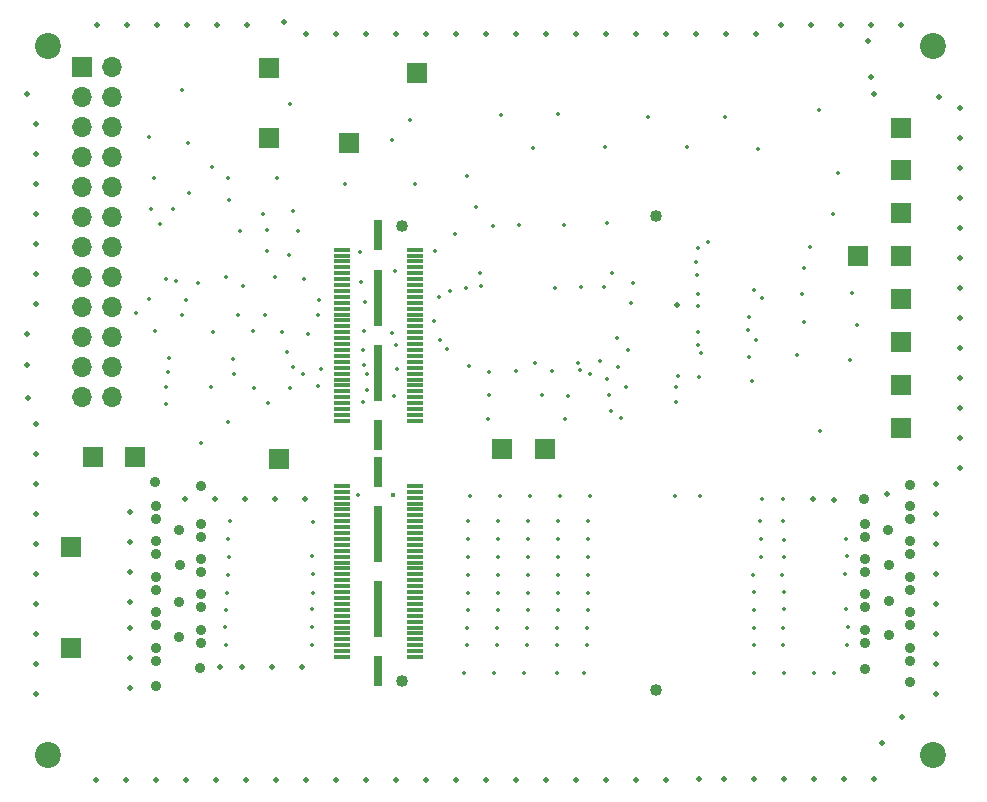
<source format=gbs>
G04 #@! TF.GenerationSoftware,KiCad,Pcbnew,(5.1.10)-1*
G04 #@! TF.CreationDate,2021-11-02T10:29:17+02:00*
G04 #@! TF.ProjectId,Jetson_camera_interposer,4a657473-6f6e-45f6-9361-6d6572615f69,rev?*
G04 #@! TF.SameCoordinates,Original*
G04 #@! TF.FileFunction,Soldermask,Bot*
G04 #@! TF.FilePolarity,Negative*
%FSLAX46Y46*%
G04 Gerber Fmt 4.6, Leading zero omitted, Abs format (unit mm)*
G04 Created by KiCad (PCBNEW (5.1.10)-1) date 2021-11-02 10:29:17*
%MOMM*%
%LPD*%
G01*
G04 APERTURE LIST*
%ADD10C,1.016000*%
%ADD11R,1.447800X0.299720*%
%ADD12R,0.637540X2.540000*%
%ADD13R,0.637540X4.699000*%
%ADD14C,1.018540*%
%ADD15O,1.700000X1.700000*%
%ADD16R,1.700000X1.700000*%
%ADD17C,2.200000*%
%ADD18C,0.355600*%
%ADD19C,0.508000*%
%ADD20C,0.900000*%
%ADD21C,0.406400*%
G04 APERTURE END LIST*
D10*
X143523000Y-123566000D03*
X143523000Y-83434000D03*
D11*
X123088640Y-120749140D03*
X116911360Y-120749140D03*
X123088640Y-120248760D03*
X116911360Y-120248760D03*
X123088640Y-119748380D03*
X116911360Y-119748380D03*
X123088640Y-119248000D03*
X116911360Y-119248000D03*
X123088640Y-118747620D03*
X116911360Y-118747620D03*
X123088640Y-118249780D03*
X116911360Y-118249780D03*
X123088640Y-117749400D03*
X116911360Y-117749400D03*
X123088640Y-117249020D03*
X116911360Y-117249020D03*
X123088640Y-116748640D03*
X116911360Y-116748640D03*
X123088640Y-116248260D03*
X116911360Y-116248260D03*
X123088640Y-115747880D03*
X116911360Y-115747880D03*
X123088640Y-115247500D03*
X116911360Y-115247500D03*
X123088640Y-114749660D03*
X116911360Y-114749660D03*
X123088640Y-114249280D03*
X116911360Y-114249280D03*
X123088640Y-113748900D03*
X116911360Y-113748900D03*
X123088640Y-113248520D03*
X116911360Y-113248520D03*
X123088640Y-112748140D03*
X116911360Y-112748140D03*
X123088640Y-112247760D03*
X116911360Y-112247760D03*
X123088640Y-111749920D03*
X116911360Y-111749920D03*
X123088640Y-111249540D03*
X116911360Y-111249540D03*
X123088640Y-110749160D03*
X116911360Y-110749160D03*
X123088640Y-110248780D03*
X116911360Y-110248780D03*
X123088640Y-109748400D03*
X116911360Y-109748400D03*
X123088640Y-109248020D03*
X116911360Y-109248020D03*
X123088640Y-108747640D03*
X116911360Y-108747640D03*
X123088640Y-108249800D03*
X116911360Y-108249800D03*
X123088640Y-107749420D03*
X116911360Y-107749420D03*
X123088640Y-107249040D03*
X116911360Y-107249040D03*
X123088640Y-106748660D03*
X116911360Y-106748660D03*
X123088640Y-106248280D03*
X116911360Y-106248280D03*
X123088640Y-100751720D03*
X116911360Y-100751720D03*
X123088640Y-100251340D03*
X116911360Y-100251340D03*
X123088640Y-99750960D03*
X116911360Y-99750960D03*
X123088640Y-99250580D03*
X116911360Y-99250580D03*
X123088640Y-98750200D03*
X116911360Y-98750200D03*
X123088640Y-98252360D03*
X116911360Y-98252360D03*
X123088640Y-97751980D03*
X116911360Y-97751980D03*
X123088640Y-97251600D03*
X116911360Y-97251600D03*
X123088640Y-96751220D03*
X116911360Y-96751220D03*
X123088640Y-96250840D03*
X116911360Y-96250840D03*
X123088640Y-95750460D03*
X116911360Y-95750460D03*
X123088640Y-95250080D03*
X116911360Y-95250080D03*
X123088640Y-94752240D03*
X116911360Y-94752240D03*
X123088640Y-94251860D03*
X116911360Y-94251860D03*
X123088640Y-93751480D03*
X116911360Y-93751480D03*
X123088640Y-93251100D03*
X116911360Y-93251100D03*
X123088640Y-92750720D03*
X116911360Y-92750720D03*
X123088640Y-92250340D03*
X116911360Y-92250340D03*
X123088640Y-91752500D03*
X116911360Y-91752500D03*
X123088640Y-91252120D03*
X116911360Y-91252120D03*
X123088640Y-90751740D03*
X116911360Y-90751740D03*
X123088640Y-90251360D03*
X116911360Y-90251360D03*
X123088640Y-89750980D03*
X116911360Y-89750980D03*
X123088640Y-89250600D03*
X116911360Y-89250600D03*
X123088640Y-88750220D03*
X116911360Y-88750220D03*
X123088640Y-88252380D03*
X116911360Y-88252380D03*
X123088640Y-87752000D03*
X116911360Y-87752000D03*
X123088640Y-87251620D03*
X116911360Y-87251620D03*
X123088640Y-86751240D03*
X116911360Y-86751240D03*
X123088640Y-86250860D03*
X116911360Y-86250860D03*
D12*
X120000000Y-121942940D03*
D13*
X120000000Y-116674980D03*
X120000000Y-110324980D03*
D12*
X120000000Y-105054480D03*
X120000000Y-101945520D03*
D13*
X120000000Y-96675020D03*
X120000000Y-90325020D03*
D12*
X120000000Y-85057060D03*
D14*
X122029460Y-122737960D03*
X122029460Y-84262040D03*
D15*
X97430000Y-98720000D03*
X94890000Y-98720000D03*
X97430000Y-96180000D03*
X94890000Y-96180000D03*
X97430000Y-93640000D03*
X94890000Y-93640000D03*
X97430000Y-91100000D03*
X94890000Y-91100000D03*
X97430000Y-88560000D03*
X94890000Y-88560000D03*
X97430000Y-86020000D03*
X94890000Y-86020000D03*
X97430000Y-83480000D03*
X94890000Y-83480000D03*
X97430000Y-80940000D03*
X94890000Y-80940000D03*
X97430000Y-78400000D03*
X94890000Y-78400000D03*
X97430000Y-75860000D03*
X94890000Y-75860000D03*
X97430000Y-73320000D03*
X94890000Y-73320000D03*
X97430000Y-70780000D03*
D16*
X94890000Y-70780000D03*
X111570000Y-103960000D03*
X99430000Y-103850000D03*
X95820000Y-103840000D03*
X134140000Y-103130000D03*
X110720000Y-76810000D03*
X117550000Y-77240000D03*
X123310000Y-71310000D03*
X130490000Y-103140000D03*
X164270000Y-97720000D03*
X164250000Y-94060000D03*
X164240000Y-90420000D03*
X164250000Y-86780000D03*
X160640000Y-86760000D03*
X164250000Y-79550000D03*
X164250000Y-83150000D03*
X164250000Y-75930000D03*
X110730000Y-70850000D03*
X94000000Y-111450000D03*
X164280000Y-101380000D03*
X94000000Y-120000000D03*
D17*
X92000000Y-69000000D03*
X167000000Y-69000000D03*
X167000000Y-129000000D03*
X92000000Y-129000000D03*
D18*
X129800000Y-122060000D03*
X127260000Y-122060000D03*
X132340000Y-122060000D03*
X135128000Y-122060000D03*
X137420000Y-122060000D03*
X135380000Y-107110000D03*
X137920000Y-107110000D03*
X127760000Y-107110000D03*
X132840000Y-107110000D03*
X130300000Y-107110000D03*
X152500000Y-107370000D03*
D19*
X158580000Y-107430000D03*
D18*
X154250000Y-107340000D03*
D19*
X156780000Y-107360000D03*
D18*
X154330000Y-122090000D03*
X151790000Y-122090000D03*
X158570000Y-122070000D03*
X156870000Y-122090000D03*
X137760000Y-109260000D03*
X127600000Y-109260000D03*
X135220000Y-109260000D03*
X130140000Y-109260000D03*
X132680000Y-109260000D03*
X130130000Y-110750000D03*
X135210000Y-110750000D03*
X127590000Y-110750000D03*
X132670000Y-110750000D03*
X137750000Y-110750000D03*
X137770000Y-112310000D03*
X127610000Y-112310000D03*
X132690000Y-112310000D03*
X135230000Y-112310000D03*
X130150000Y-112310000D03*
X137750000Y-113810000D03*
X135210000Y-113810000D03*
X127590000Y-113810000D03*
X130130000Y-113810000D03*
X132670000Y-113810000D03*
X135250000Y-115290000D03*
X132710000Y-115290000D03*
X137790000Y-115290000D03*
X130170000Y-115290000D03*
X127630000Y-115290000D03*
X137750000Y-116750000D03*
X135210000Y-116750000D03*
X127590000Y-116750000D03*
X130130000Y-116750000D03*
X132670000Y-116750000D03*
X137710000Y-118290000D03*
X127550000Y-118290000D03*
X130090000Y-118290000D03*
X135170000Y-118290000D03*
X132630000Y-118290000D03*
X135170000Y-119750000D03*
X137710000Y-119750000D03*
X132630000Y-119750000D03*
X127550000Y-119750000D03*
X130090000Y-119750000D03*
X152310000Y-109240000D03*
X154310000Y-109260000D03*
X154330000Y-110800000D03*
X152370000Y-110740000D03*
X152390000Y-112260000D03*
X154320000Y-112290000D03*
X154200000Y-113760000D03*
X151700000Y-113810000D03*
X151850000Y-115270000D03*
X154350000Y-115220000D03*
X154320000Y-116680000D03*
X151820000Y-116730000D03*
X151790000Y-118300000D03*
X154290000Y-118250000D03*
X154290000Y-119690000D03*
X151790000Y-119740000D03*
D19*
X96190000Y-67200000D03*
X98730000Y-67200000D03*
X101270000Y-67200000D03*
X103810000Y-67200000D03*
X106350000Y-67200000D03*
X108890000Y-67200000D03*
X112000000Y-67000000D03*
X113850000Y-68000000D03*
X116390000Y-68000000D03*
X118930000Y-68000000D03*
X121470000Y-68000000D03*
X124010000Y-68000000D03*
X126550000Y-68000000D03*
X129090000Y-68000000D03*
X131630000Y-68000000D03*
X134170000Y-68000000D03*
X136710000Y-68000000D03*
X139250000Y-68000000D03*
X141790000Y-68000000D03*
X144330000Y-68000000D03*
X146870000Y-68000000D03*
X149410000Y-68000000D03*
X151950000Y-68000000D03*
X154090000Y-67200000D03*
X156630000Y-67200000D03*
X159170000Y-67200000D03*
X161710000Y-67200000D03*
X164250000Y-67200000D03*
X167436800Y-73304400D03*
X96110000Y-131150000D03*
X98650000Y-131150000D03*
X101190000Y-131150000D03*
X103730000Y-131150000D03*
X106270000Y-131150000D03*
X108810000Y-131150000D03*
X111350000Y-131150000D03*
X113890000Y-131150000D03*
X116430000Y-131150000D03*
X118970000Y-131150000D03*
X121510000Y-131150000D03*
X124050000Y-131150000D03*
X126590000Y-131150000D03*
X129130000Y-131150000D03*
X131670000Y-131150000D03*
X134210000Y-131150000D03*
X136750000Y-131150000D03*
X139290000Y-131150000D03*
X141830000Y-131150000D03*
X144370000Y-131150000D03*
X147130000Y-131080000D03*
X149300000Y-131100000D03*
X151840000Y-131100000D03*
X154380000Y-131100000D03*
X156920000Y-131100000D03*
X159460000Y-131100000D03*
X162000000Y-131100000D03*
X162610800Y-128066800D03*
X161950400Y-73101200D03*
X169290000Y-74280000D03*
X169290000Y-76820000D03*
X169290000Y-79360000D03*
X169290000Y-81900000D03*
X169290000Y-84440000D03*
X169290000Y-86980000D03*
X169290000Y-89520000D03*
X169290000Y-92060000D03*
X169290000Y-94600000D03*
X169290000Y-97140000D03*
X169290000Y-99680000D03*
X169290000Y-102220000D03*
X169290000Y-104760000D03*
X167190000Y-106100000D03*
X167190000Y-108640000D03*
X167190000Y-111180000D03*
X167190000Y-113720000D03*
X167190000Y-116260000D03*
X167190000Y-118800000D03*
X167190000Y-121340000D03*
X167190000Y-123880000D03*
X90220000Y-73040000D03*
X90990000Y-75620000D03*
X90990000Y-78160000D03*
X90990000Y-80700000D03*
X90990000Y-83240000D03*
X90990000Y-85780000D03*
X90990000Y-88320000D03*
X90990000Y-90860000D03*
X90280000Y-93410000D03*
X90280000Y-96060000D03*
X90320000Y-98790000D03*
X90990000Y-101020000D03*
X90990000Y-103560000D03*
X90990000Y-106100000D03*
X90990000Y-108640000D03*
X90990000Y-111180000D03*
X90990000Y-113720000D03*
X90990000Y-116260000D03*
X90990000Y-118800000D03*
X90990000Y-121340000D03*
X90990000Y-123880000D03*
X161442400Y-68630800D03*
X161747200Y-71628000D03*
X98970000Y-110980000D03*
X98970000Y-120840000D03*
X98970000Y-118300000D03*
X98970000Y-113520000D03*
X98970000Y-108440000D03*
X98970000Y-116060000D03*
X98970000Y-123380000D03*
X106600000Y-121560000D03*
X103620000Y-107330000D03*
X106160000Y-107330000D03*
D18*
X107440000Y-109260000D03*
X114380000Y-118240000D03*
X114370000Y-119690000D03*
X114430000Y-112200000D03*
X114480000Y-109310000D03*
X107130000Y-119710000D03*
X107060000Y-118230000D03*
X107150000Y-116740000D03*
X114390000Y-116720000D03*
X107230000Y-115310000D03*
X114470000Y-115290000D03*
X114500000Y-113740000D03*
X107260000Y-113760000D03*
X107380000Y-112300000D03*
X107240000Y-110740000D03*
D19*
X113520000Y-121620000D03*
X108440000Y-121620000D03*
X110980000Y-121620000D03*
X111240000Y-107330000D03*
X108700000Y-107330000D03*
X113780000Y-107330000D03*
X145320000Y-90930000D03*
D18*
X140310000Y-96180000D03*
X159620000Y-110740000D03*
X159730000Y-112220000D03*
X159550000Y-113730000D03*
X159580000Y-116670000D03*
X159800000Y-118190000D03*
X159680000Y-119770000D03*
X105010000Y-102610000D03*
X107270000Y-100880000D03*
X109490000Y-97990000D03*
X112550000Y-97990000D03*
X105880000Y-97910000D03*
X102040000Y-97900000D03*
X110650000Y-99250000D03*
X102240000Y-96640000D03*
X107760000Y-96750000D03*
X107730000Y-95490000D03*
X102280000Y-95410000D03*
X101080000Y-93180000D03*
X106010000Y-93240000D03*
X109400000Y-93110000D03*
X111830000Y-93220000D03*
X110400000Y-91810000D03*
X108090000Y-91790000D03*
X103370000Y-91810000D03*
X99530000Y-91590000D03*
X100570000Y-90400000D03*
X103730000Y-90500000D03*
X102050000Y-88750000D03*
X104740000Y-89050000D03*
X102900000Y-88930000D03*
X108580000Y-89360000D03*
X107130000Y-88610000D03*
X113720000Y-88720000D03*
X114960000Y-90480000D03*
X111220000Y-88560000D03*
X112440000Y-86680000D03*
X110610000Y-86350000D03*
X107360000Y-82010000D03*
X108260000Y-84710000D03*
X110260000Y-83250000D03*
X110620000Y-84600000D03*
X112750000Y-83010000D03*
X113220000Y-84710000D03*
X100780000Y-82780000D03*
X103970000Y-81480000D03*
X102660000Y-82810000D03*
X101560000Y-84070000D03*
X101040000Y-80230000D03*
X107300000Y-80190000D03*
X103886000Y-77216000D03*
X100584000Y-76708000D03*
X105918000Y-79248000D03*
X111420000Y-80220000D03*
X117200000Y-80710000D03*
X123150000Y-80690000D03*
X121170000Y-76930000D03*
X103410000Y-72700000D03*
X112550000Y-73940000D03*
X122730000Y-75240000D03*
X127550000Y-79990000D03*
X128250000Y-82670000D03*
X131950000Y-84200000D03*
X129700000Y-84230000D03*
X135760000Y-84200000D03*
X139760000Y-88250000D03*
X128640000Y-88200000D03*
X128730000Y-89350000D03*
X139100000Y-89400000D03*
X137130000Y-89420000D03*
X134990000Y-89470000D03*
X137110000Y-96470000D03*
X134690000Y-96500000D03*
X131640000Y-96520000D03*
X133870000Y-98560000D03*
X129420000Y-98560000D03*
X135810000Y-100610000D03*
X140590000Y-100510000D03*
X129260000Y-100620000D03*
X157380000Y-101650000D03*
X155480000Y-95150000D03*
X159980000Y-95590000D03*
X160530000Y-92610000D03*
X156090000Y-92400000D03*
X155920000Y-89970000D03*
X160150000Y-89930000D03*
X156020000Y-87800000D03*
X156530000Y-86040000D03*
X158490000Y-83200000D03*
X158930000Y-79800000D03*
X152160000Y-77760000D03*
X157340000Y-74440000D03*
X130430000Y-74860000D03*
X135240000Y-74760000D03*
X142850000Y-75030000D03*
X149350000Y-75000000D03*
X133140000Y-77640000D03*
X139200000Y-77570000D03*
X146140000Y-77570000D03*
D20*
X104980000Y-106290000D03*
X104880000Y-121690000D03*
X101160000Y-123210000D03*
X101140000Y-105920000D03*
X161210000Y-121730000D03*
X164990000Y-122880000D03*
X161170000Y-107330000D03*
X164990000Y-106150000D03*
D19*
X163100000Y-106920000D03*
D18*
X102050000Y-99330000D03*
D19*
X164338000Y-125831600D03*
D20*
X103124000Y-109982000D03*
X103174800Y-112979200D03*
X103124000Y-116078000D03*
X103124000Y-119075200D03*
X163220400Y-112979200D03*
X163169600Y-110032800D03*
X163220400Y-115976400D03*
X163271200Y-118922800D03*
X165000000Y-121050550D03*
X101200000Y-121050550D03*
X165000000Y-119947350D03*
X101200000Y-119947350D03*
X165000000Y-118050810D03*
X101200000Y-118050810D03*
X165000000Y-116947610D03*
X101200000Y-116947610D03*
X161200000Y-119549410D03*
X161200000Y-118446210D03*
D18*
X141110000Y-94750000D03*
X118690000Y-94770000D03*
X129400000Y-96640000D03*
X121360000Y-98660000D03*
X121580000Y-96360000D03*
X112744132Y-96221810D03*
X113590000Y-96800000D03*
X121148297Y-93291703D03*
X151425379Y-91925975D03*
X147040000Y-91010000D03*
X141360000Y-90770000D03*
X118920000Y-90670000D03*
X125180000Y-90237210D03*
X126100000Y-89730000D03*
D21*
X121280000Y-107050000D03*
D18*
X118300000Y-107060000D03*
X145113781Y-107073781D03*
X147263781Y-107073781D03*
X151370000Y-95350000D03*
X127700000Y-96131990D03*
X115170000Y-96350000D03*
X145380000Y-96970000D03*
X136950000Y-95850000D03*
X133300000Y-95850000D03*
X118760000Y-96000000D03*
X147290000Y-95000000D03*
X125850000Y-94660000D03*
X118580000Y-89020000D03*
X141580000Y-89050000D03*
X152490000Y-90340000D03*
X147030000Y-88360000D03*
X146930000Y-87290000D03*
X124830000Y-86340000D03*
X147060000Y-86130000D03*
X118490000Y-86490000D03*
X139400000Y-83970000D03*
X147890000Y-85590000D03*
D20*
X161200000Y-115446470D03*
X161200000Y-116549670D03*
X165000000Y-115051070D03*
X165000000Y-113947870D03*
X161200000Y-113549930D03*
X161200000Y-112446730D03*
X165000000Y-112051330D03*
X165000000Y-110948130D03*
X161200000Y-110550190D03*
X161200000Y-109446990D03*
X165000000Y-109050320D03*
X165000000Y-107947120D03*
X105000000Y-116549670D03*
X105000000Y-115446470D03*
X101200000Y-115051070D03*
X101200000Y-113947870D03*
X105000000Y-113549930D03*
X105000000Y-112446730D03*
X101200000Y-112051330D03*
X101200000Y-110948130D03*
X105000000Y-110550190D03*
X105000000Y-109446990D03*
X101200000Y-109050320D03*
X101200000Y-107947120D03*
X105000000Y-119549410D03*
X105000000Y-118446210D03*
D18*
X118720000Y-99170000D03*
X145240000Y-99150000D03*
X140940000Y-97900000D03*
X119050000Y-98120000D03*
X119070000Y-96790000D03*
X145250000Y-97850000D03*
X114900000Y-97835480D03*
X136090000Y-98650000D03*
X137951218Y-96751220D03*
X118770000Y-93160000D03*
X121500000Y-94290000D03*
X125250000Y-93930000D03*
X114060000Y-93370000D03*
X114930000Y-91750000D03*
X147040000Y-90020000D03*
X121440002Y-88029998D03*
X127430000Y-89540000D03*
X151780000Y-89650000D03*
X126530000Y-84940000D03*
X151680000Y-97350000D03*
X139720000Y-99940000D03*
X139580000Y-98540000D03*
X147120000Y-97080000D03*
X112280000Y-94890000D03*
X152020000Y-93920000D03*
X147060000Y-94300000D03*
X139370000Y-97230000D03*
X147040000Y-93270000D03*
X138738957Y-95706590D03*
X140180000Y-93760002D03*
X151340000Y-93090000D03*
X124700000Y-92260000D03*
M02*

</source>
